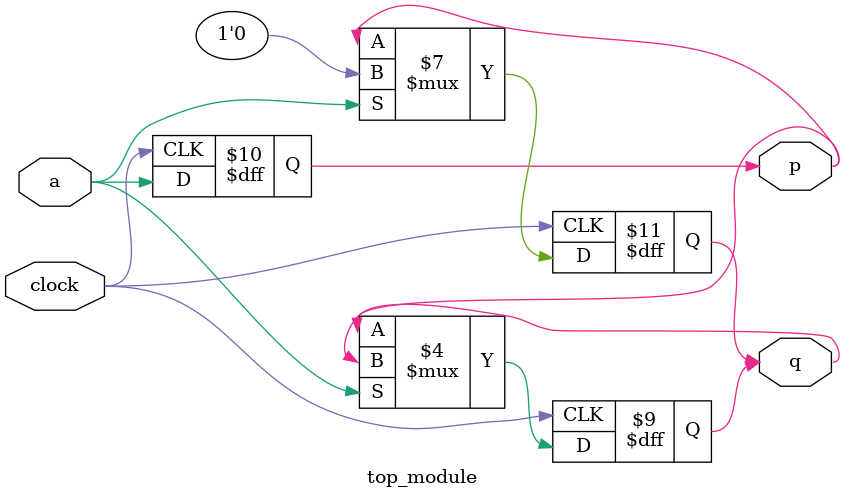
<source format=sv>
module top_module (
    input clock,
    input a, 
    output reg p,
    output reg q
);
    always @(posedge clock) begin
        p <= a;
        if (a)
            q <= 0;
        else
            q <= p;
    end

    always @(negedge clock) begin
        if (!a)
            q <= p;
    end
endmodule

</source>
